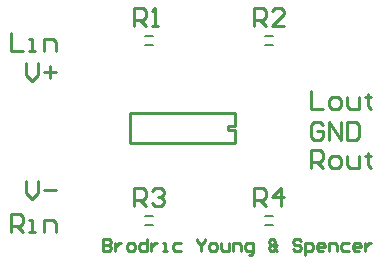
<source format=gto>
G04*
G04 #@! TF.GenerationSoftware,Altium Limited,Altium Designer,24.9.1 (31)*
G04*
G04 Layer_Color=65535*
%FSLAX44Y44*%
%MOMM*%
G71*
G04*
G04 #@! TF.SameCoordinates,5B22F005-A4A7-469E-9016-A4F700693913*
G04*
G04*
G04 #@! TF.FilePolarity,Positive*
G04*
G01*
G75*
%ADD10C,0.1524*%
%ADD11C,0.2540*%
D10*
X234569Y41783D02*
X241681D01*
X234569Y34544D02*
X241681D01*
X132969Y41783D02*
X140081D01*
X132969Y34544D02*
X140081D01*
X234569Y194183D02*
X241681D01*
X234569Y186944D02*
X241681D01*
X132969Y194183D02*
X140081D01*
X132969Y186944D02*
X140081D01*
D11*
X120650Y129540D02*
X209550D01*
X120650Y104140D02*
Y129540D01*
Y104140D02*
X209550D01*
Y115253D01*
X203995D02*
X209550D01*
X203995D02*
Y118427D01*
X209550D01*
Y129540D01*
X97790Y22432D02*
Y12276D01*
X102868D01*
X104561Y13968D01*
Y15661D01*
X102868Y17354D01*
X97790D01*
X102868D01*
X104561Y19047D01*
Y20740D01*
X102868Y22432D01*
X97790D01*
X107947Y19047D02*
Y12276D01*
Y15661D01*
X109640Y17354D01*
X111332Y19047D01*
X113025D01*
X119796Y12276D02*
X123182D01*
X124875Y13968D01*
Y17354D01*
X123182Y19047D01*
X119796D01*
X118103Y17354D01*
Y13968D01*
X119796Y12276D01*
X135031Y22432D02*
Y12276D01*
X129953D01*
X128260Y13968D01*
Y17354D01*
X129953Y19047D01*
X135031D01*
X138417D02*
Y12276D01*
Y15661D01*
X140110Y17354D01*
X141803Y19047D01*
X143495D01*
X148574Y12276D02*
X151959D01*
X150266D01*
Y19047D01*
X148574D01*
X163809D02*
X158730D01*
X157038Y17354D01*
Y13968D01*
X158730Y12276D01*
X163809D01*
X177351Y22432D02*
Y20740D01*
X180737Y17354D01*
X184122Y20740D01*
Y22432D01*
X180737Y17354D02*
Y12276D01*
X189200D02*
X192586D01*
X194279Y13968D01*
Y17354D01*
X192586Y19047D01*
X189200D01*
X187508Y17354D01*
Y13968D01*
X189200Y12276D01*
X197665Y19047D02*
Y13968D01*
X199357Y12276D01*
X204436D01*
Y19047D01*
X207821Y12276D02*
Y19047D01*
X212899D01*
X214592Y17354D01*
Y12276D01*
X221364Y8890D02*
X223056D01*
X224749Y10583D01*
Y19047D01*
X219671D01*
X217978Y17354D01*
Y13968D01*
X219671Y12276D01*
X224749D01*
X245063D02*
X243370Y13968D01*
X241677Y12276D01*
X239984D01*
X238291Y13968D01*
Y15661D01*
X239984Y17354D01*
X238291Y19047D01*
Y20740D01*
X239984Y22432D01*
X241677D01*
X243370Y20740D01*
Y19047D01*
X241677Y17354D01*
X243370Y15661D01*
Y13968D01*
X245063Y17354D02*
X243370Y15661D01*
X239984Y17354D02*
X241677D01*
X265376Y20740D02*
X263683Y22432D01*
X260298D01*
X258605Y20740D01*
Y19047D01*
X260298Y17354D01*
X263683D01*
X265376Y15661D01*
Y13968D01*
X263683Y12276D01*
X260298D01*
X258605Y13968D01*
X268762Y8890D02*
Y19047D01*
X273840D01*
X275533Y17354D01*
Y13968D01*
X273840Y12276D01*
X268762D01*
X283997D02*
X280611D01*
X278918Y13968D01*
Y17354D01*
X280611Y19047D01*
X283997D01*
X285689Y17354D01*
Y15661D01*
X278918D01*
X289075Y12276D02*
Y19047D01*
X294153D01*
X295846Y17354D01*
Y12276D01*
X306003Y19047D02*
X300924D01*
X299232Y17354D01*
Y13968D01*
X300924Y12276D01*
X306003D01*
X314467D02*
X311081D01*
X309388Y13968D01*
Y17354D01*
X311081Y19047D01*
X314467D01*
X316159Y17354D01*
Y15661D01*
X309388D01*
X319545Y19047D02*
Y12276D01*
Y15661D01*
X321238Y17354D01*
X322931Y19047D01*
X324623D01*
X225552Y50800D02*
Y66035D01*
X233169D01*
X235709Y63496D01*
Y58418D01*
X233169Y55878D01*
X225552D01*
X230630D02*
X235709Y50800D01*
X248405D02*
Y66035D01*
X240787Y58418D01*
X250944D01*
X123952Y50800D02*
Y66035D01*
X131569D01*
X134109Y63496D01*
Y58418D01*
X131569Y55878D01*
X123952D01*
X129030D02*
X134109Y50800D01*
X139187Y63496D02*
X141726Y66035D01*
X146805D01*
X149344Y63496D01*
Y60957D01*
X146805Y58418D01*
X144265D01*
X146805D01*
X149344Y55878D01*
Y53339D01*
X146805Y50800D01*
X141726D01*
X139187Y53339D01*
X225552Y203200D02*
Y218435D01*
X233169D01*
X235709Y215896D01*
Y210818D01*
X233169Y208278D01*
X225552D01*
X230630D02*
X235709Y203200D01*
X250944D02*
X240787D01*
X250944Y213357D01*
Y215896D01*
X248405Y218435D01*
X243326D01*
X240787Y215896D01*
X123952Y203200D02*
Y218435D01*
X131569D01*
X134109Y215896D01*
Y210818D01*
X131569Y208278D01*
X123952D01*
X129030D02*
X134109Y203200D01*
X139187D02*
X144265D01*
X141726D01*
Y218435D01*
X139187Y215896D01*
X19558Y197353D02*
Y182118D01*
X29715D01*
X34793D02*
X39871D01*
X37332D01*
Y192275D01*
X34793D01*
X47489Y182118D02*
Y192275D01*
X55107D01*
X57646Y189736D01*
Y182118D01*
X32254Y171699D02*
Y161542D01*
X37332Y156464D01*
X42411Y161542D01*
Y171699D01*
X47489Y164081D02*
X57646D01*
X52567Y169160D02*
Y159003D01*
X32254Y72131D02*
Y61974D01*
X37332Y56896D01*
X42411Y61974D01*
Y72131D01*
X47489Y64514D02*
X57646D01*
X19558Y28956D02*
Y44191D01*
X27176D01*
X29715Y41652D01*
Y36574D01*
X27176Y34034D01*
X19558D01*
X24636D02*
X29715Y28956D01*
X34793D02*
X39871D01*
X37332D01*
Y39113D01*
X34793D01*
X47489Y28956D02*
Y39113D01*
X55107D01*
X57646Y36574D01*
Y28956D01*
X274066Y148077D02*
Y132842D01*
X284223D01*
X291840D02*
X296919D01*
X299458Y135381D01*
Y140459D01*
X296919Y142999D01*
X291840D01*
X289301Y140459D01*
Y135381D01*
X291840Y132842D01*
X304536Y142999D02*
Y135381D01*
X307075Y132842D01*
X314693D01*
Y142999D01*
X322310Y145538D02*
Y142999D01*
X319771D01*
X324850D01*
X322310D01*
Y135381D01*
X324850Y132842D01*
X283715Y118868D02*
X281175Y121407D01*
X276097D01*
X273558Y118868D01*
Y108711D01*
X276097Y106172D01*
X281175D01*
X283715Y108711D01*
Y113790D01*
X278636D01*
X288793Y106172D02*
Y121407D01*
X298950Y106172D01*
Y121407D01*
X304028D02*
Y106172D01*
X311646D01*
X314185Y108711D01*
Y118868D01*
X311646Y121407D01*
X304028D01*
X273558Y83058D02*
Y98293D01*
X281175D01*
X283715Y95754D01*
Y90675D01*
X281175Y88136D01*
X273558D01*
X278636D02*
X283715Y83058D01*
X291332D02*
X296411D01*
X298950Y85597D01*
Y90675D01*
X296411Y93215D01*
X291332D01*
X288793Y90675D01*
Y85597D01*
X291332Y83058D01*
X304028Y93215D02*
Y85597D01*
X306567Y83058D01*
X314185D01*
Y93215D01*
X321802Y95754D02*
Y93215D01*
X319263D01*
X324342D01*
X321802D01*
Y85597D01*
X324342Y83058D01*
M02*

</source>
